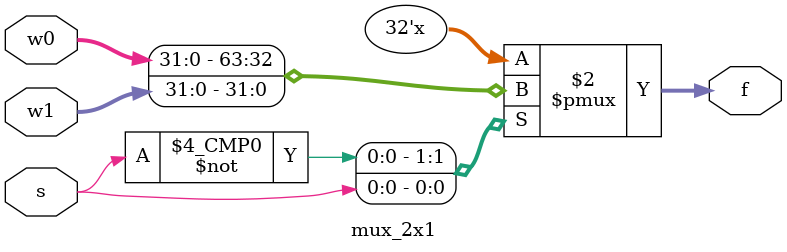
<source format=v>
module mux_2x1
	 #(parameter N = 32) (
    input [N - 1:0] w0,
    input [N - 1:0] w1,
    input s,
    output reg [N - 1:0] f
    );
	 
	 always @(*)
	 begin
		case (s)
			1'b0: f = w0;
			1'b1: f = w1;
		endcase
	 end


endmodule
</source>
